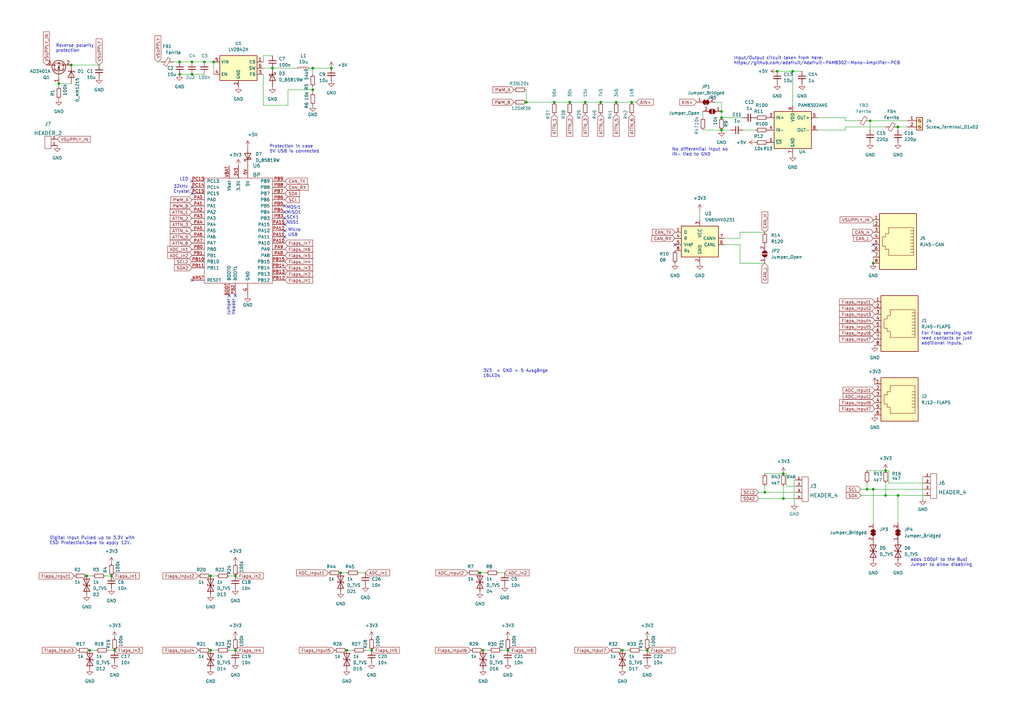
<source format=kicad_sch>
(kicad_sch (version 20211123) (generator eeschema)
  (paper "A3")
  (junction (at 196.85 234.95))
  (junction (at 318.77 29.21))
  (junction (at 35.56 236.22))
  (junction (at 46.99 266.7))
  (junction (at 321.31 194.31))
  (junction (at 265.43 266.7))
  (junction (at 96.52 266.7))
  (junction (at 36.83 266.7))
  (junction (at 233.68 41.91))
  (junction (at 363.22 193.04))
  (junction (at 358.14 200.66))
  (junction (at 325.12 29.21))
  (junction (at 208.28 266.7))
  (junction (at 78.74 25.4))
  (junction (at 356.87 49.53))
  (junction (at 198.12 266.7))
  (junction (at 142.24 266.7))
  (junction (at 86.36 236.22))
  (junction (at 135.89 27.94))
  (junction (at 363.22 203.2))
  (junction (at 252.73 41.91))
  (junction (at 86.36 266.7))
  (junction (at 295.91 45.72))
  (junction (at 24.13 34.29))
  (junction (at 321.31 204.47))
  (junction (at 73.66 25.4))
  (junction (at 358.14 107.95))
  (junction (at 295.91 48.26))
  (junction (at 139.7 234.95))
  (junction (at 313.69 201.93))
  (junction (at 73.66 30.48))
  (junction (at 111.76 27.94))
  (junction (at 255.27 266.7))
  (junction (at 83.82 25.4))
  (junction (at 215.9 41.91))
  (junction (at 368.3 203.2))
  (junction (at 355.6 200.66))
  (junction (at 368.3 52.07))
  (junction (at 128.27 36.83))
  (junction (at 259.08 41.91))
  (junction (at 96.52 236.22))
  (junction (at 227.33 41.91))
  (junction (at 240.03 41.91))
  (junction (at 152.4 266.7))
  (junction (at 29.21 26.67))
  (junction (at 87.63 25.4))
  (junction (at 128.27 27.94))
  (junction (at 45.72 236.22))
  (junction (at 295.91 53.34))
  (junction (at 78.74 30.48))
  (junction (at 246.38 41.91))
  (no_connect (at 358.14 100.33))
  (no_connect (at 358.14 102.87))
  (no_connect (at 116.84 94.615))
  (no_connect (at 116.84 97.155))
  (no_connect (at 116.84 89.535))
  (no_connect (at 116.84 86.995))
  (no_connect (at 116.84 84.455))
  (no_connect (at 116.84 92.075))
  (no_connect (at 276.86 100.33))
  (no_connect (at 78.74 76.835))
  (no_connect (at 78.74 79.375))
  (no_connect (at 78.74 74.295))
  (no_connect (at 78.74 114.935))
  (no_connect (at 93.98 121.285))
  (no_connect (at 96.52 121.285))
  (wire (pts (xy 313.69 201.93) (xy 311.15 201.93)))
  (wire (pts (xy 355.6 200.66) (xy 353.06 200.66)))
  (wire (pts (xy 288.29 53.34) (xy 295.91 53.34)))
  (wire (pts (xy 295.91 48.26) (xy 304.8 48.26)))
  (wire (pts (xy 246.38 41.91) (xy 252.73 41.91)))
  (wire (pts (xy 318.77 29.21) (xy 325.12 29.21)))
  (wire (pts (xy 322.58 194.31) (xy 321.31 194.31)))
  (wire (pts (xy 356.87 49.53) (xy 372.11 49.53)))
  (wire (pts (xy 363.22 52.07) (xy 346.71 52.07)))
  (wire (pts (xy 303.53 100.33) (xy 303.53 107.95)))
  (wire (pts (xy 86.36 266.7) (xy 88.9 266.7)))
  (wire (pts (xy 358.14 200.66) (xy 379.095 200.66)))
  (wire (pts (xy 142.24 266.7) (xy 144.78 266.7)))
  (wire (pts (xy 346.71 48.26) (xy 335.28 48.26)))
  (wire (pts (xy 303.53 95.25) (xy 313.69 95.25)))
  (wire (pts (xy 379.095 198.12) (xy 364.49 198.12)))
  (wire (pts (xy 64.77 25.4) (xy 66.04 25.4)))
  (wire (pts (xy 240.03 41.91) (xy 246.38 41.91)))
  (wire (pts (xy 78.74 25.4) (xy 83.82 25.4)))
  (wire (pts (xy 147.32 234.95) (xy 149.86 234.95)))
  (wire (pts (xy 111.76 27.94) (xy 121.92 27.94)))
  (wire (pts (xy 36.83 266.7) (xy 39.37 266.7)))
  (wire (pts (xy 204.47 234.95) (xy 207.01 234.95)))
  (wire (pts (xy 355.6 193.04) (xy 363.22 193.04)))
  (wire (pts (xy 215.9 41.91) (xy 227.33 41.91)))
  (wire (pts (xy 363.22 203.2) (xy 368.3 203.2)))
  (wire (pts (xy 78.74 30.48) (xy 83.82 30.48)))
  (wire (pts (xy 227.33 41.91) (xy 233.68 41.91)))
  (wire (pts (xy 346.71 53.34) (xy 335.28 53.34)))
  (wire (pts (xy 295.91 45.72) (xy 295.91 48.26)))
  (wire (pts (xy 303.53 107.95) (xy 313.69 107.95)))
  (wire (pts (xy 93.98 236.22) (xy 96.52 236.22)))
  (wire (pts (xy 196.85 234.95) (xy 199.39 234.95)))
  (wire (pts (xy 73.66 25.4) (xy 78.74 25.4)))
  (wire (pts (xy 325.12 29.21) (xy 328.93 29.21)))
  (wire (pts (xy 149.86 266.7) (xy 152.4 266.7)))
  (wire (pts (xy 255.27 266.7) (xy 257.81 266.7)))
  (wire (pts (xy 93.98 266.7) (xy 96.52 266.7)))
  (wire (pts (xy 262.89 266.7) (xy 265.43 266.7)))
  (wire (pts (xy 139.7 234.95) (xy 142.24 234.95)))
  (wire (pts (xy 233.68 41.91) (xy 240.03 41.91)))
  (wire (pts (xy 107.95 22.86) (xy 111.76 22.86)))
  (wire (pts (xy 297.18 100.33) (xy 303.53 100.33)))
  (wire (pts (xy 86.36 236.22) (xy 88.9 236.22)))
  (wire (pts (xy 303.53 97.79) (xy 303.53 95.25)))
  (wire (pts (xy 252.73 41.91) (xy 259.08 41.91)))
  (wire (pts (xy 259.08 41.91) (xy 260.985 41.91)))
  (wire (pts (xy 198.12 266.7) (xy 200.66 266.7)))
  (wire (pts (xy 368.3 52.07) (xy 368.3 53.34)))
  (wire (pts (xy 368.3 52.07) (xy 372.11 52.07)))
  (wire (pts (xy 24.13 34.29) (xy 24.13 35.56)))
  (wire (pts (xy 351.79 49.53) (xy 346.71 49.53)))
  (wire (pts (xy 364.49 193.04) (xy 363.22 193.04)))
  (wire (pts (xy 29.21 26.67) (xy 40.64 26.67)))
  (wire (pts (xy 325.12 29.21) (xy 325.12 43.18)))
  (wire (pts (xy 118.11 36.83) (xy 128.27 36.83)))
  (wire (pts (xy 295.91 41.91) (xy 295.91 45.72)))
  (wire (pts (xy 205.74 266.7) (xy 208.28 266.7)))
  (wire (pts (xy 35.56 236.22) (xy 38.1 236.22)))
  (wire (pts (xy 287.02 86.36) (xy 287.02 90.17)))
  (wire (pts (xy 127 27.94) (xy 128.27 27.94)))
  (wire (pts (xy 297.18 97.79) (xy 303.53 97.79)))
  (wire (pts (xy 128.27 36.83) (xy 128.27 38.1)))
  (wire (pts (xy 321.31 204.47) (xy 326.39 204.47)))
  (wire (pts (xy 353.06 203.2) (xy 363.22 203.2)))
  (wire (pts (xy 71.12 25.4) (xy 73.66 25.4)))
  (wire (pts (xy 346.71 49.53) (xy 346.71 48.26)))
  (wire (pts (xy 358.14 200.66) (xy 358.14 214.63)))
  (wire (pts (xy 304.8 53.34) (xy 309.88 53.34)))
  (wire (pts (xy 356.87 49.53) (xy 356.87 53.34)))
  (wire (pts (xy 107.95 27.94) (xy 111.76 27.94)))
  (wire (pts (xy 118.11 43.18) (xy 118.11 36.83)))
  (wire (pts (xy 313.69 199.39) (xy 313.69 201.93)))
  (wire (pts (xy 83.82 25.4) (xy 87.63 25.4)))
  (wire (pts (xy 364.49 193.04) (xy 364.49 198.12)))
  (wire (pts (xy 358.14 105.41) (xy 358.14 107.95)))
  (wire (pts (xy 313.69 201.93) (xy 326.39 201.93)))
  (wire (pts (xy 107.95 43.18) (xy 118.11 43.18)))
  (wire (pts (xy 313.69 194.31) (xy 321.31 194.31)))
  (wire (pts (xy 346.71 52.07) (xy 346.71 53.34)))
  (wire (pts (xy 363.22 198.12) (xy 363.22 203.2)))
  (wire (pts (xy 325.755 196.85) (xy 326.39 196.85)))
  (wire (pts (xy 378.46 195.58) (xy 379.095 195.58)))
  (wire (pts (xy 355.6 198.12) (xy 355.6 200.66)))
  (wire (pts (xy 107.95 30.48) (xy 107.95 43.18)))
  (wire (pts (xy 215.9 36.83) (xy 215.9 41.91)))
  (wire (pts (xy 325.755 206.375) (xy 325.755 196.85)))
  (wire (pts (xy 73.66 30.48) (xy 78.74 30.48)))
  (wire (pts (xy 128.27 35.56) (xy 128.27 36.83)))
  (wire (pts (xy 368.3 203.2) (xy 368.3 214.63)))
  (wire (pts (xy 368.3 203.2) (xy 379.095 203.2)))
  (wire (pts (xy 43.18 236.22) (xy 45.72 236.22)))
  (wire (pts (xy 322.58 199.39) (xy 322.58 194.31)))
  (wire (pts (xy 107.95 25.4) (xy 107.95 22.86)))
  (wire (pts (xy 87.63 25.4) (xy 87.63 30.48)))
  (wire (pts (xy 358.14 90.17) (xy 358.14 92.71)))
  (wire (pts (xy 44.45 266.7) (xy 46.99 266.7)))
  (wire (pts (xy 288.29 45.72) (xy 288.29 48.26)))
  (wire (pts (xy 321.31 199.39) (xy 321.31 204.47)))
  (wire (pts (xy 295.91 53.34) (xy 299.72 53.34)))
  (wire (pts (xy 24.13 34.29) (xy 29.21 34.29)))
  (wire (pts (xy 355.6 200.66) (xy 358.14 200.66)))
  (wire (pts (xy 293.37 41.91) (xy 295.91 41.91)))
  (wire (pts (xy 311.15 204.47) (xy 321.31 204.47)))
  (wire (pts (xy 326.39 199.39) (xy 322.58 199.39)))
  (wire (pts (xy 128.27 27.94) (xy 128.27 30.48)))
  (wire (pts (xy 128.27 27.94) (xy 135.89 27.94)))
  (wire (pts (xy 378.46 204.47) (xy 378.46 195.58)))
  (text "Protection in case \n5V USB is connected " (at 110.49 62.865 0) (effects (font (size 1.27 1.27)) (justify left bottom)))
  (text "Micro\nUSB" (at 118.11 97.155 0) (effects (font (size 1.27 1.27)) (justify left bottom)))
  (text "32kHz\nCrystal" (at 71.12 79.375 0) (effects (font (size 1.27 1.27)) (justify left bottom)))
  (text "adds 100pF to the Bus!\nJumper to allow disabling" (at 373.38 232.41 0) (effects (font (size 1.27 1.27)) (justify left bottom)))
  (text "Jumper\nHeader" (at 96.52 122.555 270) (effects (font (size 1.27 1.27)) (justify right bottom)))
  (text "Reverse polarity \nprotection" (at 22.86 21.59 0) (effects (font (size 1.27 1.27)) (justify left bottom)))
  (text "No differential input so \nIN- tied to GND" (at 275.59 64.135 0) (effects (font (size 1.27 1.27)) (justify left bottom)))
  (text "Digital Input Pulled up to 3.3V with \nESD Protection.Save to apply 12V. " (at 20.32 223.52 0) (effects (font (size 1.27 1.27)) (justify left bottom)))
  (text "MOSI1\nMISO1\nSCK1\nNSS1\n" (at 117.475 92.075 0) (effects (font (size 1.27 1.27)) (justify left bottom)))
  (text "For Flap sensing with \nreed contacts or just\nadditional inputs." (at 377.825 141.605 0) (effects (font (size 1.27 1.27)) (justify left bottom)))
  (text "Input/Output circuit taken from here: \nhttps://github.com/adafruit/Adafruit-PAM8302-Mono-Amplifier-PCB " (at 300.99 26.67 0) (effects (font (size 1.27 1.27)) (justify left bottom)))
  (text "3V3  + GND + 5 Ausgänge \n16LEDs" (at 198.12 154.94 0) (effects (font (size 1.27 1.27)) (justify left bottom)))
  (text "LED" (at 73.66 74.295 0) (effects (font (size 1.27 1.27)) (justify left bottom)))
  (global_label "AIN+" (shape input) (at 260.985 41.91 0) (property "Intersheet References" "${INTERSHEET_REFS}" (effects hide)))
  (global_label "Flaps_In6" (shape input) (at 116.84 102.235 0) (property "Intersheet References" "${INTERSHEET_REFS}" (effects hide)))
  (global_label "Flaps_In5" (shape input) (at 152.4 266.7 0) (property "Intersheet References" "${INTERSHEET_REFS}" (effects hide)))
  (global_label "Flaps_In4" (shape input) (at 116.84 107.315 0) (property "Intersheet References" "${INTERSHEET_REFS}" (effects hide)))
  (global_label "Flaps_Input6" (shape input) (at 193.04 266.7 180) (property "Intersheet References" "${INTERSHEET_REFS}" (effects hide)))
  (global_label "Flaps_In7" (shape input) (at 265.43 266.7 0) (property "Intersheet References" "${INTERSHEET_REFS}" (effects hide)))
  (global_label "VSUPPLY" (shape input) (at 40.64 26.67 90) (property "Intersheet References" "${INTERSHEET_REFS}" (effects hide)))
  (global_label "SCL2" (shape input) (at 311.15 201.93 180) (property "Intersheet References" "${INTERSHEET_REFS}" (effects hide)))
  (global_label "ADC_Input1" (shape input) (at 134.62 234.95 180) (property "Intersheet References" "${INTERSHEET_REFS}" (effects hide)))
  (global_label "SDA" (shape input) (at 353.06 203.2 180) (property "Intersheet References" "${INTERSHEET_REFS}" (effects hide)))
  (global_label "Flaps_Input4" (shape input) (at 81.28 266.7 180) (property "Intersheet References" "${INTERSHEET_REFS}" (effects hide)))
  (global_label "SCL2" (shape input) (at 78.74 107.315 180) (property "Intersheet References" "${INTERSHEET_REFS}" (effects hide)))
  (global_label "ATTN_2" (shape input) (at 78.74 89.535 180) (property "Intersheet References" "${INTERSHEET_REFS}" (effects hide)))
  (global_label "Flaps_Input6" (shape input) (at 358.775 136.525 180) (property "Intersheet References" "${INTERSHEET_REFS}" (effects hide)))
  (global_label "ADC_In1" (shape input) (at 78.74 102.235 180) (property "Intersheet References" "${INTERSHEET_REFS}" (effects hide)))
  (global_label "Flaps_Input5" (shape input) (at 358.775 133.985 180) (property "Intersheet References" "${INTERSHEET_REFS}" (effects hide)))
  (global_label "ATTN_6" (shape input) (at 259.08 46.99 270) (property "Intersheet References" "${INTERSHEET_REFS}" (effects hide)))
  (global_label "Flaps_In1" (shape input) (at 45.72 236.22 0) (property "Intersheet References" "${INTERSHEET_REFS}" (effects hide)))
  (global_label "VSUPPLY_IN" (shape input) (at 358.14 90.17 180) (property "Intersheet References" "${INTERSHEET_REFS}" (effects hide)))
  (global_label "Flaps_In2" (shape input) (at 96.52 236.22 0) (property "Intersheet References" "${INTERSHEET_REFS}" (effects hide)))
  (global_label "ATTN_1" (shape input) (at 227.33 46.99 270) (property "Intersheet References" "${INTERSHEET_REFS}" (effects hide)))
  (global_label "ADC_Input2" (shape input) (at 358.775 162.56 180) (property "Intersheet References" "${INTERSHEET_REFS}" (effects hide)))
  (global_label "SDA" (shape input) (at 116.84 79.375 0) (property "Intersheet References" "${INTERSHEET_REFS}" (effects hide)))
  (global_label "PWM_B" (shape input) (at 210.82 41.91 180) (property "Intersheet References" "${INTERSHEET_REFS}" (effects hide)))
  (global_label "Flaps_Input1" (shape input) (at 30.48 236.22 180) (property "Intersheet References" "${INTERSHEET_REFS}" (effects hide)))
  (global_label "Flaps_In3" (shape input) (at 116.84 109.855 0) (property "Intersheet References" "${INTERSHEET_REFS}" (effects hide)))
  (global_label "Flaps_Input7" (shape input) (at 358.775 139.065 180) (property "Intersheet References" "${INTERSHEET_REFS}" (effects hide)))
  (global_label "ATTN_5" (shape input) (at 78.74 97.155 180) (property "Intersheet References" "${INTERSHEET_REFS}" (effects hide)))
  (global_label "ATTN_4" (shape input) (at 246.38 46.99 270) (property "Intersheet References" "${INTERSHEET_REFS}" (effects hide)))
  (global_label "PWM_A" (shape input) (at 78.74 81.915 180) (property "Intersheet References" "${INTERSHEET_REFS}" (effects hide)))
  (global_label "CAN_L" (shape input) (at 358.14 97.79 180) (property "Intersheet References" "${INTERSHEET_REFS}" (effects hide)))
  (global_label "Flaps_Input6" (shape input) (at 358.775 165.1 180) (property "Intersheet References" "${INTERSHEET_REFS}" (effects hide)))
  (global_label "ADC_In2" (shape input) (at 78.74 104.775 180) (property "Intersheet References" "${INTERSHEET_REFS}" (effects hide)))
  (global_label "ATTN_4" (shape input) (at 78.74 94.615 180) (property "Intersheet References" "${INTERSHEET_REFS}" (effects hide)))
  (global_label "SCL" (shape input) (at 116.84 81.915 0) (property "Intersheet References" "${INTERSHEET_REFS}" (effects hide)))
  (global_label "Flaps_In5" (shape input) (at 116.84 104.775 0) (property "Intersheet References" "${INTERSHEET_REFS}" (effects hide)))
  (global_label "CAN_H" (shape input) (at 313.69 95.25 90) (property "Intersheet References" "${INTERSHEET_REFS}" (effects hide)))
  (global_label "VSUPPLY_IN" (shape input) (at 19.05 26.67 90) (property "Intersheet References" "${INTERSHEET_REFS}" (effects hide)))
  (global_label "PWM_A" (shape input) (at 210.82 36.83 180) (property "Intersheet References" "${INTERSHEET_REFS}" (effects hide)))
  (global_label "Flaps_Input3" (shape input) (at 358.775 128.905 180) (property "Intersheet References" "${INTERSHEET_REFS}" (effects hide)))
  (global_label "ADC_Input1" (shape input) (at 358.775 160.02 180) (property "Intersheet References" "${INTERSHEET_REFS}" (effects hide)))
  (global_label "Flaps_Input2" (shape input) (at 81.28 236.22 180) (property "Intersheet References" "${INTERSHEET_REFS}" (effects hide)))
  (global_label "ATTN_3" (shape input) (at 240.03 46.99 270) (property "Intersheet References" "${INTERSHEET_REFS}" (effects hide)))
  (global_label "SDA2" (shape input) (at 311.15 204.47 180) (property "Intersheet References" "${INTERSHEET_REFS}" (effects hide)))
  (global_label "CAN_H" (shape input) (at 358.14 95.25 180) (property "Intersheet References" "${INTERSHEET_REFS}" (effects hide)))
  (global_label "Flaps_Input3" (shape input) (at 31.75 266.7 180) (property "Intersheet References" "${INTERSHEET_REFS}" (effects hide)))
  (global_label "Flaps_In1" (shape input) (at 116.84 114.935 0) (property "Intersheet References" "${INTERSHEET_REFS}" (effects hide)))
  (global_label "ATTN_3" (shape input) (at 78.74 92.075 180) (property "Intersheet References" "${INTERSHEET_REFS}" (effects hide)))
  (global_label "AIN+" (shape input) (at 285.75 41.91 180) (property "Intersheet References" "${INTERSHEET_REFS}" (effects hide)))
  (global_label "ATTN_2" (shape input) (at 233.68 46.99 270) (property "Intersheet References" "${INTERSHEET_REFS}" (effects hide)))
  (global_label "SDA2" (shape input) (at 78.74 109.855 180) (property "Intersheet References" "${INTERSHEET_REFS}" (effects hide)))
  (global_label "VSUPPLY" (shape input) (at 64.77 25.4 90) (property "Intersheet References" "${INTERSHEET_REFS}" (effects hide)))
  (global_label "Flaps_Input7" (shape input) (at 250.19 266.7 180) (property "Intersheet References" "${INTERSHEET_REFS}" (effects hide)))
  (global_label "Flaps_Input7" (shape input) (at 358.775 167.64 180) (property "Intersheet References" "${INTERSHEET_REFS}" (effects hide)))
  (global_label "ATTN_5" (shape input) (at 252.73 46.99 270) (property "Intersheet References" "${INTERSHEET_REFS}" (effects hide)))
  (global_label "CAN_TX" (shape input) (at 116.84 74.295 0) (property "Intersheet References" "${INTERSHEET_REFS}" (effects hide)))
  (global_label "VSUPPLY_IN" (shape input) (at 23.495 57.15 0) (property "Intersheet References" "${INTERSHEET_REFS}" (effects hide)))
  (global_label "PWM_B" (shape input) (at 78.74 84.455 180) (property "Intersheet References" "${INTERSHEET_REFS}" (effects hide)))
  (global_label "CAN_L" (shape input) (at 313.69 107.95 270) (property "Intersheet References" "${INTERSHEET_REFS}" (effects hide)))
  (global_label "Flaps_Input2" (shape input) (at 358.775 126.365 180) (property "Intersheet References" "${INTERSHEET_REFS}" (effects hide)))
  (global_label "CAN_RX" (shape input) (at 276.86 97.79 180) (property "Intersheet References" "${INTERSHEET_REFS}" (effects hide)))
  (global_label "Flaps_Input4" (shape input) (at 358.775 131.445 180) (property "Intersheet References" "${INTERSHEET_REFS}" (effects hide)))
  (global_label "Flaps_In6" (shape input) (at 208.28 266.7 0) (property "Intersheet References" "${INTERSHEET_REFS}" (effects hide)))
  (global_label "CAN_TX" (shape input) (at 276.86 95.25 180) (property "Intersheet References" "${INTERSHEET_REFS}" (effects hide)))
  (global_label "ADC_Input2" (shape input) (at 191.77 234.95 180) (property "Intersheet References" "${INTERSHEET_REFS}" (effects hide)))
  (global_label "Flaps_Input1" (shape input) (at 358.775 123.825 180) (property "Intersheet References" "${INTERSHEET_REFS}" (effects hide)))
  (global_label "ATTN_1" (shape input) (at 78.74 86.995 180) (property "Intersheet References" "${INTERSHEET_REFS}" (effects hide)))
  (global_label "ATTN_6" (shape input) (at 78.74 99.695 180) (property "Intersheet References" "${INTERSHEET_REFS}" (effects hide)))
  (global_label "SCL" (shape input) (at 353.06 200.66 180) (property "Intersheet References" "${INTERSHEET_REFS}" (effects hide)))
  (global_label "Flaps_In7" (shape input) (at 116.84 99.695 0) (property "Intersheet References" "${INTERSHEET_REFS}" (effects hide)))
  (global_label "Flaps_Input5" (shape input) (at 137.16 266.7 180) (property "Intersheet References" "${INTERSHEET_REFS}" (effects hide)))
  (global_label "ADC_In2" (shape input) (at 207.01 234.95 0) (property "Intersheet References" "${INTERSHEET_REFS}" (effects hide)))
  (global_label "Flaps_In3" (shape input) (at 46.99 266.7 0) (property "Intersheet References" "${INTERSHEET_REFS}" (effects hide)))
  (global_label "CAN_RX" (shape input) (at 116.84 76.835 0) (property "Intersheet References" "${INTERSHEET_REFS}" (effects hide)))
  (global_label "Flaps_In4" (shape input) (at 96.52 266.7 0) (property "Intersheet References" "${INTERSHEET_REFS}" (effects hide)))
  (global_label "Flaps_In2" (shape input) (at 116.84 112.395 0) (property "Intersheet References" "${INTERSHEET_REFS}" (effects hide)))
  (global_label "ADC_In1" (shape input) (at 149.86 234.95 0) (property "Intersheet References" "${INTERSHEET_REFS}" (effects hide)))
  (symbol (lib_id "Device:C_Small") (at 96.52 269.24 180) (unit 1)
    (property "Reference" "C19" (at 99.06 269.24 0) (effects (justify right)))
    (property "Value" "10n" (at 99.06 271.78 0) (effects (justify right)))
    (property "Footprint" "Capacitor_SMD:C_0603_1608Metric" (effects hide))
    (property "LCSC" "C57112" (effects hide))
  )
  (symbol (lib_id "power:+3V3") (at 358.775 157.48 0) (unit 1)
    (property "Reference" "#PWR0116" (effects hide))
    (property "Value" "+3V3" (at 358.775 152.4 0))
  )
  (symbol (lib_id "Device:R_Small") (at 260.35 266.7 90) (unit 1)
    (property "Reference" "R33" (at 259.08 264.16 90))
    (property "Value" "1k" (at 259.08 269.24 90))
    (property "Footprint" "Resistor_SMD:R_0603_1608Metric" (effects hide))
    (property "LCSC" "C21190" (effects hide))
  )
  (symbol (lib_id "Device:R_Small") (at 137.16 234.95 90) (unit 1)
    (property "Reference" "R44" (at 135.89 232.41 90))
    (property "Value" "1k" (at 135.89 237.49 90))
    (property "Footprint" "Resistor_SMD:R_0805_2012Metric" (effects hide))
    (property "LCSC" "C17513" (effects hide))
  )
  (symbol (lib_id "power:GND") (at 40.64 31.75 0) (unit 1)
    (property "Reference" "#PWR0132" (effects hide))
    (property "Value" "GND" (at 40.64 36.83 0))
  )
  (symbol (lib_id "Device:R_Small") (at 201.93 234.95 90) (unit 1)
    (property "Reference" "R8" (at 200.66 232.41 90))
    (property "Value" "1k" (at 200.66 237.49 90))
    (property "Footprint" "Resistor_SMD:R_0603_1608Metric" (effects hide))
    (property "LCSC" "C21190" (effects hide))
  )
  (symbol (lib_id "power:GND") (at 358.14 229.87 0) (unit 1)
    (property "Reference" "#PWR0111" (effects hide))
    (property "Value" "GND" (at 358.14 234.95 0))
  )
  (symbol (lib_id "power:+5V") (at 101.6 60.325 0) (unit 1)
    (property "Reference" "#PWR0106" (effects hide))
    (property "Value" "+5V" (at 101.6 55.245 0) (effects (justify left)))
  )
  (symbol (lib_id "Device:C_Small") (at 83.82 27.94 180) (unit 1)
    (property "Reference" "C3" (at 82.55 22.86 0) (effects (justify right)))
    (property "Value" "100n" (at 81.28 31.75 0) (effects (justify right)))
    (property "Footprint" "Capacitor_SMD:C_0603_1608Metric" (effects hide))
    (property "LCSC" "C14663" (effects hide))
  )
  (symbol (lib_id "Bluepill:BP") (at 97.79 94.615 0) (unit 1)
    (property "Reference" "U6" (at 103.6194 67.945 0) (effects (font (size 1.524 1.524)) (justify left)))
    (property "Value" "BP" (at 103.6194 71.755 0) (effects (font (size 1.524 1.524)) (justify left)))
    (property "Footprint" "Bluepill:blue_pill" (effects hide))
    (property "Datasheet" "https://www.electronicshub.org/getting-started-with-stm32f103c8t6-blue-pill/" (effects hide))
  )
  (symbol (lib_id "Connector:RJ45") (at 368.935 131.445 180) (unit 1)
    (property "Reference" "J1" (at 377.825 131.4449 0) (effects (justify right)))
    (property "Value" "RJ45-FLAPS" (at 377.825 133.9849 0) (effects (justify right)))
    (property "Footprint" "RJ45_Amphenol_RJHSE5380" (effects hide))
    (property "Datasheet" "Mouser 523-RJHSE-5380 " (effects hide))
  )
  (symbol (lib_id "Jumper:SolderJumper_2_Open") (at 292.1 45.72 180) (unit 1)
    (property "Reference" "JP5" (at 292.1 40.005 0))
    (property "Value" "Jumper_Open" (at 280.67 46.355 0))
    (property "Footprint" "Jumper:SolderJumper-2_P1.3mm_Open_Pad1.0x1.5mm" (effects hide))
  )
  (symbol (lib_id "Device:R_Small") (at 203.2 266.7 90) (unit 1)
    (property "Reference" "R30" (at 201.93 264.16 90))
    (property "Value" "1k" (at 201.93 269.24 90))
    (property "Footprint" "Resistor_SMD:R_0603_1608Metric" (effects hide))
    (property "LCSC" "C21190" (effects hide))
  )
  (symbol (lib_id "power:GND") (at 149.86 240.03 0) (unit 1)
    (property "Reference" "#PWR0171" (effects hide))
    (property "Value" "GND" (at 149.86 245.11 0))
  )
  (symbol (lib_id "Device:R_Small") (at 195.58 266.7 90) (unit 1)
    (property "Reference" "R29" (at 194.31 264.16 90))
    (property "Value" "1k" (at 194.31 269.24 90))
    (property "Footprint" "Resistor_SMD:R_0805_2012Metric" (effects hide))
    (property "LCSC" "C17513" (effects hide))
  )
  (symbol (lib_id "Device:D_TVS") (at 86.36 270.51 90) (unit 1)
    (property "Reference" "D14" (at 88.9 274.32 90) (effects (justify right)))
    (property "Value" "D_TVS" (at 88.9 271.7799 90) (effects (justify right)))
    (property "Footprint" "Diode_SMD:D_SOD-323" (effects hide))
    (property "Datasheet" "PESD3V3L1BA" (effects hide))
    (property "LCSC" "C51450" (effects hide))
  )
  (symbol (lib_id "Device:C_Small") (at 149.86 237.49 180) (unit 1)
    (property "Reference" "C26" (at 152.4 237.49 0) (effects (justify right)))
    (property "Value" "10n" (at 152.4 240.03 0) (effects (justify right)))
    (property "Footprint" "Capacitor_SMD:C_0603_1608Metric" (effects hide))
    (property "LCSC" "C57112" (effects hide))
  )
  (symbol (lib_id "Device:D_TVS") (at 255.27 270.51 90) (unit 1)
    (property "Reference" "D17" (at 257.81 274.32 90) (effects (justify right)))
    (property "Value" "D_TVS" (at 257.81 271.7799 90) (effects (justify right)))
    (property "Footprint" "Diode_SMD:D_SOD-323" (effects hide))
    (property "Datasheet" "PESD3V3L1BA" (effects hide))
    (property "LCSC" "C51450" (effects hide))
  )
  (symbol (lib_id "Device:R_Small") (at 295.91 50.8 0) (unit 1)
    (property "Reference" "R9" (at 297.815 50.8 90))
    (property "Value" "10k" (at 293.37 49.53 90))
    (property "Footprint" "Resistor_SMD:R_0603_1608Metric" (effects hide))
    (property "LCSC" "C25804" (effects hide))
  )
  (symbol (lib_id "Device:R_Small") (at 152.4 264.16 180) (unit 1)
    (property "Reference" "R28" (at 149.86 264.16 90))
    (property "Value" "100k" (at 154.94 262.89 90))
    (property "Footprint" "Resistor_SMD:R_0603_1608Metric" (effects hide))
    (property "LCSC" "C25803" (effects hide))
  )
  (symbol (lib_id "power:GND") (at 207.01 240.03 0) (unit 1)
    (property "Reference" "#PWR0119" (effects hide))
    (property "Value" "GND" (at 207.01 245.11 0))
  )
  (symbol (lib_id "Jumper:SolderJumper_2_Bridged") (at 368.3 218.44 90) (unit 1)
    (property "Reference" "JP4" (at 370.84 217.1699 90) (effects (justify right)))
    (property "Value" "Jumper_Bridged" (at 370.84 219.7099 90) (effects (justify right)))
    (property "Footprint" "Jumper:SolderJumper-2_P1.3mm_Bridged_Pad1.0x1.5mm" (effects hide))
  )
  (symbol (lib_id "Device:R_Small") (at 313.69 196.85 0) (unit 1)
    (property "Reference" "R43" (at 316.23 195.5799 0) (effects (justify left)))
    (property "Value" "4k7" (at 316.23 198.1199 0) (effects (justify left)))
    (property "Footprint" "Resistor_SMD:R_0603_1608Metric" (effects hide))
    (property "LCSC" "C23162" (effects hide))
  )
  (symbol (lib_id "lv2842x:LV2842X") (at 97.79 27.94 0) (unit 1)
    (property "Reference" "U1" (at 97.79 17.78 0))
    (property "Value" "LV2842X" (at 97.79 20.32 0))
    (property "Footprint" "Package_TO_SOT_SMD:TSOT-23-6" (effects hide))
    (property "Datasheet" "LV2842XLVDDCR" (effects hide))
    (property "LCSC" "C225807" (effects hide))
  )
  (symbol (lib_id "Device:C_Small") (at 302.26 53.34 90) (unit 1)
    (property "Reference" "C11" (at 302.2663 46.99 90))
    (property "Value" "1u" (at 302.2663 49.53 90))
    (property "Footprint" "Capacitor_SMD:C_0603_1608Metric" (effects hide))
    (property "LCSC" "C15849" (effects hide))
  )
  (symbol (lib_id "Device:R_Small") (at 363.22 195.58 0) (unit 1)
    (property "Reference" "R16" (at 365.76 194.3099 0) (effects (justify left)))
    (property "Value" "4k7" (at 365.76 196.215 0) (effects (justify left)))
    (property "Footprint" "Resistor_SMD:R_0603_1608Metric" (effects hide))
    (property "LCSC" "C23162" (effects hide))
  )
  (symbol (lib_id "Device:R_Small") (at 213.36 41.91 90) (unit 1)
    (property "Reference" "R36" (at 215.9 44.45 90))
    (property "Value" "120k" (at 212.09 44.45 90))
    (property "Footprint" "Resistor_SMD:R_0603_1608Metric" (effects hide))
    (property "LCSC" "C25808" (effects hide))
  )
  (symbol (lib_id "power:GND") (at 45.72 241.3 0) (unit 1)
    (property "Reference" "#PWR0114" (effects hide))
    (property "Value" "GND" (at 45.72 246.38 0))
  )
  (symbol (lib_id "Device:R_Small") (at 312.42 53.34 90) (unit 1)
    (property "Reference" "R12" (at 311.15 55.88 90))
    (property "Value" "R100" (at 312.42 50.8 90))
    (property "Footprint" "Resistor_SMD:R_0603_1608Metric" (effects hide))
    (property "LCSC" "C22775" (effects hide))
  )
  (symbol (lib_id "power:+3V3") (at 96.52 261.62 0) (unit 1)
    (property "Reference" "#PWR0154" (effects hide))
    (property "Value" "+3V3" (at 96.52 256.54 0))
  )
  (symbol (lib_id "Device:D_TVS") (at 139.7 238.76 90) (unit 1)
    (property "Reference" "D21" (at 142.24 242.57 90) (effects (justify right)))
    (property "Value" "D_TVS" (at 142.24 240.0299 90) (effects (justify right)))
    (property "Footprint" "Diode_SMD:D_SOD-323" (effects hide))
    (property "Datasheet" "PESD3V3L1BA" (effects hide))
    (property "LCSC" "C51450" (effects hide))
  )
  (symbol (lib_id "Device:D_Schottky") (at 111.76 31.75 270) (unit 1)
    (property "Reference" "D3" (at 114.3 30.1624 90) (effects (justify left)))
    (property "Value" "D_B5819W" (at 114.3 32.7024 90) (effects (justify left)))
    (property "Footprint" "Diode_SMD:D_SOD-123" (effects hide))
    (property "LCSC" "C8598" (effects hide))
  )
  (symbol (lib_id "Device:R_Small") (at 246.38 44.45 0) (unit 1)
    (property "Reference" "R40" (at 243.84 46.99 90))
    (property "Value" "7k5" (at 246.38 38.1 90))
    (property "Footprint" "Resistor_SMD:R_0603_1608Metric" (effects hide))
    (property "LCSC" "C23234" (effects hide))
  )
  (symbol (lib_id "Device:R_Small") (at 312.42 58.42 90) (unit 1)
    (property "Reference" "R13" (at 314.96 60.96 90))
    (property "Value" "10k" (at 311.15 60.96 90))
    (property "Footprint" "Resistor_SMD:R_0603_1608Metric" (effects hide))
    (property "LCSC" "C25804" (effects hide))
  )
  (symbol (lib_id "Device:D_Zener") (at 29.21 30.48 270) (unit 1)
    (property "Reference" "D1" (at 31.75 29.2099 90) (effects (justify left)))
    (property "Value" "D_MM1Z15" (at 31.75 31.75 0) (effects (justify left)))
    (property "Footprint" "Diode_SMD:D_SOD-123" (effects hide))
    (property "LCSC" "C86235" (effects hide))
  )
  (symbol (lib_id "power:GND") (at 255.27 274.32 0) (unit 1)
    (property "Reference" "#PWR0158" (effects hide))
    (property "Value" "GND" (at 255.27 279.4 0))
  )
  (symbol (lib_id "Device:R_Small") (at 41.91 266.7 90) (unit 1)
    (property "Reference" "R18" (at 40.64 264.16 90))
    (property "Value" "1k" (at 40.64 269.24 90))
    (property "Footprint" "Resistor_SMD:R_0603_1608Metric" (effects hide))
    (property "LCSC" "C21190" (effects hide))
  )
  (symbol (lib_id "Device:R_Small") (at 355.6 195.58 0) (unit 1)
    (property "Reference" "R15" (at 358.14 194.3099 0) (effects (justify left)))
    (property "Value" "4k7" (at 358.14 196.8499 0) (effects (justify left)))
    (property "Footprint" "Resistor_SMD:R_0603_1608Metric" (effects hide))
    (property "LCSC" "C23162" (effects hide))
  )
  (symbol (lib_id "power:+5V") (at 318.77 29.21 90) (unit 1)
    (property "Reference" "#PWR0124" (effects hide))
    (property "Value" "+5V" (at 314.96 29.2099 90) (effects (justify left)))
  )
  (symbol (lib_id "Device:C_Small") (at 208.28 269.24 180) (unit 1)
    (property "Reference" "C21" (at 210.82 269.24 0) (effects (justify right)))
    (property "Value" "10n" (at 210.82 271.78 0) (effects (justify right)))
    (property "Footprint" "Capacitor_SMD:C_0603_1608Metric" (effects hide))
    (property "LCSC" "C57112" (effects hide))
  )
  (symbol (lib_id "Device:C_Small") (at 307.34 48.26 270) (unit 1)
    (property "Reference" "C12" (at 307.3336 41.91 90))
    (property "Value" "1u" (at 307.3336 44.45 90))
    (property "Footprint" "Capacitor_SMD:C_0603_1608Metric" (effects hide))
    (property "LCSC" "C15849" (effects hide))
  )
  (symbol (lib_id "Device:R_Small") (at 83.82 236.22 90) (unit 1)
    (property "Reference" "R20" (at 82.55 233.68 90))
    (property "Value" "1k" (at 82.55 238.76 90))
    (property "Footprint" "Resistor_SMD:R_0805_2012Metric" (effects hide))
    (property "LCSC" "C17513" (effects hide))
  )
  (symbol (lib_id "power:GND") (at 35.56 243.84 0) (unit 1)
    (property "Reference" "#PWR0115" (effects hide))
    (property "Value" "GND" (at 35.56 248.92 0))
  )
  (symbol (lib_id "STM32F4Di:HEADER_2") (at 20.955 58.42 180) (unit 1)
    (property "Reference" "J?" (at 19.685 50.8 0) (effects (font (size 1.524 1.524))))
    (property "Value" "HEADER_2" (at 19.685 54.61 0) (effects (font (size 1.524 1.524))))
    (property "Footprint" "Connector_PinHeader_1.27mm:PinHeader_1x02_P1.27mm_Vertical" (effects hide))
  )
  (symbol (lib_id "Jumper:SolderJumper_2_Bridged") (at 289.56 41.91 0) (unit 1)
    (property "Reference" "JP1" (at 289.56 35.56 0))
    (property "Value" "Jumper_Bridged" (at 289.56 38.1 0))
    (property "Footprint" "Jumper:SolderJumper-2_P1.3mm_Bridged_Pad1.0x1.5mm" (effects hide))
  )
  (symbol (lib_id "power:+3V3") (at 265.43 261.62 0) (unit 1)
    (property "Reference" "#PWR0160" (effects hide))
    (property "Value" "+3V3" (at 265.43 256.54 0))
  )
  (symbol (lib_id "Device:C_Small") (at 318.77 31.75 0) (unit 1)
    (property "Reference" "C13" (at 321.31 30.4862 0) (effects (justify left)))
    (property "Value" "10u" (at 321.31 33.0262 0) (effects (justify left)))
    (property "Footprint" "Capacitor_SMD:C_0603_1608Metric" (effects hide))
    (property "LCSC" "C19702" (effects hide))
  )
  (symbol (lib_id "Amplifier_Audio:PAM8302AAS") (at 325.12 53.34 0) (unit 1)
    (property "Reference" "U4" (at 327.66 62.23 0) (effects (justify left)))
    (property "Value" "PAM8302AAS" (at 327.1394 43.18 0) (effects (justify left)))
    (property "Footprint" "Package_SO:MSOP-8_3x3mm_P0.65mm" (effects hide))
    (property "Datasheet" "https://www.diodes.com/assets/Datasheets/PAM8302A.pdf" (effects hide))
    (property "LCSC" "C113367" (effects hide))
  )
  (symbol (lib_id "Device:D_TVS") (at 35.56 240.03 90) (unit 1)
    (property "Reference" "D2" (at 38.1 243.84 90) (effects (justify right)))
    (property "Value" "D_TVS" (at 38.1 241.2999 90) (effects (justify right)))
    (property "Footprint" "Diode_SMD:D_SOD-323" (effects hide))
    (property "Datasheet" "PESD3V3L1BA" (effects hide))
    (property "LCSC" "C51450" (effects hide))
  )
  (symbol (lib_id "power:GND") (at 378.46 204.47 0) (unit 1)
    (property "Reference" "#PWR0109" (effects hide))
    (property "Value" "GND" (at 378.46 208.915 0))
  )
  (symbol (lib_id "Device:R_Small") (at 24.13 38.1 180) (unit 1)
    (property "Reference" "R1" (at 21.59 38.1 90))
    (property "Value" "100k" (at 26.67 36.83 90))
    (property "Footprint" "Resistor_SMD:R_0603_1608Metric" (effects hide))
    (property "LCSC" "C25803" (effects hide))
  )
  (symbol (lib_id "power:GND") (at 142.24 274.32 0) (unit 1)
    (property "Reference" "#PWR0145" (effects hide))
    (property "Value" "GND" (at 142.24 279.4 0))
  )
  (symbol (lib_id "Device:C_Small") (at 45.72 238.76 180) (unit 1)
    (property "Reference" "C6" (at 48.26 238.76 0) (effects (justify right)))
    (property "Value" "10n" (at 48.26 241.3 0) (effects (justify right)))
    (property "Footprint" "Capacitor_SMD:C_0603_1608Metric" (effects hide))
    (property "LCSC" "C57112" (effects hide))
  )
  (symbol (lib_id "power:+3V3") (at 208.28 261.62 0) (unit 1)
    (property "Reference" "#PWR0143" (effects hide))
    (property "Value" "+3V3" (at 208.28 256.54 0))
  )
  (symbol (lib_id "Device:R_Small") (at 96.52 264.16 180) (unit 1)
    (property "Reference" "R25" (at 93.98 264.16 90))
    (property "Value" "100k" (at 99.06 262.89 90))
    (property "Footprint" "Resistor_SMD:R_0603_1608Metric" (effects hide))
    (property "LCSC" "C25803" (effects hide))
  )
  (symbol (lib_id "Device:R_Small") (at 33.02 236.22 90) (unit 1)
    (property "Reference" "R2" (at 31.75 233.68 90))
    (property "Value" "1k" (at 31.75 238.76 90))
    (property "Footprint" "Resistor_SMD:R_0805_2012Metric" (effects hide))
    (property "LCSC" "C17513" (effects hide))
  )
  (symbol (lib_id "Device:D_TVS") (at 142.24 270.51 90) (unit 1)
    (property "Reference" "D15" (at 144.78 274.32 90) (effects (justify right)))
    (property "Value" "D_TVS" (at 144.78 271.7799 90) (effects (justify right)))
    (property "Footprint" "Diode_SMD:D_SOD-323" (effects hide))
    (property "Datasheet" "PESD3V3L1BA" (effects hide))
    (property "LCSC" "C51450" (effects hide))
  )
  (symbol (lib_id "Device:R_Small") (at 96.52 233.68 180) (unit 1)
    (property "Reference" "R24" (at 93.98 233.68 90))
    (property "Value" "100k" (at 99.06 232.41 90))
    (property "Footprint" "Resistor_SMD:R_0603_1608Metric" (effects hide))
    (property "LCSC" "C25803" (effects hide))
  )
  (symbol (lib_id "Device:R_Small") (at 312.42 48.26 90) (unit 1)
    (property "Reference" "R11" (at 311.15 45.72 90))
    (property "Value" "R100" (at 312.42 43.18 90))
    (property "Footprint" "Resistor_SMD:R_0603_1608Metric" (effects hide))
    (property "LCSC" "C22775" (effects hide))
  )
  (symbol (lib_id "Device:R_Small") (at 83.82 266.7 90) (unit 1)
    (property "Reference" "R21" (at 82.55 264.16 90))
    (property "Value" "1k" (at 82.55 269.24 90))
    (property "Footprint" "Resistor_SMD:R_0805_2012Metric" (effects hide))
    (property "LCSC" "C17513" (effects hide))
  )
  (symbol (lib_id "power:GND") (at 325.755 206.375 0) (unit 1)
    (property "Reference" "#PWR0120" (effects hide))
    (property "Value" "GND" (at 325.755 210.82 0))
  )
  (symbol (lib_id "Device:C_Small") (at 73.66 27.94 0) (unit 1)
    (property "Reference" "C2" (at 68.58 27.94 0) (effects (justify left)))
    (property "Value" "10u" (at 68.58 30.48 0) (effects (justify left)))
    (property "Footprint" "Capacitor_SMD:C_0805_2012Metric" (effects hide))
    (property "LCSC" "C440198" (effects hide))
  )
  (symbol (lib_id "Device:R_Small") (at 34.29 266.7 90) (unit 1)
    (property "Reference" "R17" (at 33.02 264.16 90))
    (property "Value" "1k" (at 33.02 269.24 90))
    (property "Footprint" "Resistor_SMD:R_0805_2012Metric" (effects hide))
    (property "LCSC" "C17513" (effects hide))
  )
  (symbol (lib_id "Device:R_Small") (at 46.99 264.16 180) (unit 1)
    (property "Reference" "R19" (at 44.45 264.16 90))
    (property "Value" "100k" (at 49.53 262.89 90))
    (property "Footprint" "Resistor_SMD:R_0603_1608Metric" (effects hide))
    (property "LCSC" "C25803" (effects hide))
  )
  (symbol (lib_id "power:+3V3") (at 45.72 231.14 0) (unit 1)
    (property "Reference" "#PWR0118" (effects hide))
    (property "Value" "+3V3" (at 45.72 226.06 0))
  )
  (symbol (lib_id "power:GND") (at 24.13 40.64 0) (unit 1)
    (property "Reference" "#PWR0133" (effects hide))
    (property "Value" "GND" (at 24.13 45.72 0))
  )
  (symbol (lib_id "STM32F4Di:HEADER_4") (at 381.635 199.39 0) (unit 1)
    (property "Reference" "J6" (at 384.81 198.12 0) (effects (font (size 1.524 1.524)) (justify left)))
    (property "Value" "HEADER_4" (at 384.81 201.93 0) (effects (font (size 1.524 1.524)) (justify left)))
    (property "Footprint" "Connector_PinHeader_1.27mm:PinHeader_1x04_P1.27mm_Vertical" (effects hide))
  )
  (symbol (lib_id "power:+3V3") (at 97.79 67.945 0) (unit 1)
    (property "Reference" "#PWR0103" (effects hide))
    (property "Value" "+3V3" (at 96.52 63.5 0))
  )
  (symbol (lib_id "power:GND") (at 97.79 35.56 0) (unit 1)
    (property "Reference" "#PWR0142" (effects hide))
    (property "Value" "GND" (at 97.79 40.64 0))
  )
  (symbol (lib_id "Transistor_FET:AO3401A") (at 24.13 29.21 90) (unit 1)
    (property "Reference" "Q1" (at 19.05 31.75 90))
    (property "Value" "AO3401A" (at 16.51 29.21 90))
    (property "Footprint" "Package_TO_SOT_SMD:SOT-23" (effects hide))
    (property "Datasheet" "http://www.aosmd.com/pdfs/datasheet/AO3401A.pdf" (effects hide))
    (property "LCSC" "C15127" (effects hide))
  )
  (symbol (lib_id "Device:R_Small") (at 321.31 196.85 0) (unit 1)
    (property "Reference" "R46" (at 322.58 195.58 0) (effects (justify left)))
    (property "Value" "4k7" (effects hide))
    (property "Footprint" "Resistor_SMD:R_0603_1608Metric" (effects hide))
    (property "LCSC" "C23162" (effects hide))
  )
  (symbol (lib_id "Device:R_Small") (at 91.44 236.22 90) (unit 1)
    (property "Reference" "R22" (at 90.17 233.68 90))
    (property "Value" "1k" (at 90.17 238.76 90))
    (property "Footprint" "Resistor_SMD:R_0603_1608Metric" (effects hide))
    (property "LCSC" "C21190" (effects hide))
  )
  (symbol (lib_id "Device:C_Small") (at 368.3 55.88 0) (unit 1)
    (property "Reference" "C16" (at 370.84 54.6162 0) (effects (justify left)))
    (property "Value" "220p" (at 370.84 57.1562 0) (effects (justify left)))
    (property "Footprint" "Capacitor_SMD:C_0603_1608Metric" (effects hide))
    (property "LCSC" "C1603" (effects hide))
  )
  (symbol (lib_id "Device:R_Small") (at 213.36 36.83 270) (unit 1)
    (property "Reference" "R35" (at 210.82 34.29 90))
    (property "Value" "120k" (at 214.63 34.29 90))
    (property "Footprint" "Resistor_SMD:R_0603_1608Metric" (effects hide))
    (property "LCSC" "C25808" (effects hide))
  )
  (symbol (lib_id "power:GND") (at 101.6 121.285 0) (unit 1)
    (property "Reference" "#PWR0107" (effects hide))
    (property "Value" "GND" (at 101.6 125.095 0))
  )
  (symbol (lib_id "Device:R_Small") (at 259.08 44.45 0) (unit 1)
    (property "Reference" "R42" (at 256.54 46.99 90))
    (property "Value" "1k8" (at 259.08 38.1 90))
    (property "Footprint" "Resistor_SMD:R_0603_1608Metric" (effects hide))
    (property "LCSC" "C4177" (effects hide))
  )
  (symbol (lib_id "power:GND") (at 152.4 271.78 0) (unit 1)
    (property "Reference" "#PWR0146" (effects hide))
    (property "Value" "GND" (at 152.4 276.86 0))
  )
  (symbol (lib_id "power:GND") (at 111.76 35.56 0) (unit 1)
    (property "Reference" "#PWR0141" (effects hide))
    (property "Value" "GND" (at 111.76 40.64 0))
  )
  (symbol (lib_id "power:GND") (at 276.86 107.95 0) (unit 1)
    (property "Reference" "#PWR0101" (effects hide))
    (property "Value" "GND" (at 276.86 113.03 0))
  )
  (symbol (lib_id "power:+3V3") (at 321.31 194.31 0) (unit 1)
    (property "Reference" "#PWR0121" (effects hide))
    (property "Value" "+3V3" (at 321.31 189.23 0))
  )
  (symbol (lib_id "power:GND") (at 358.775 170.18 0) (unit 1)
    (property "Reference" "#PWR0113" (effects hide))
    (property "Value" "GND" (at 358.775 175.26 0))
  )
  (symbol (lib_id "power:GND") (at 36.83 274.32 0) (unit 1)
    (property "Reference" "#PWR0155" (effects hide))
    (property "Value" "GND" (at 36.83 279.4 0))
  )
  (symbol (lib_id "Device:C_Small") (at 111.76 25.4 180) (unit 1)
    (property "Reference" "C7" (at 114.3 24.1235 0) (effects (justify right)))
    (property "Value" "100n" (at 114.3 26.6635 0) (effects (justify right)))
    (property "Footprint" "Capacitor_SMD:C_0603_1608Metric" (effects hide))
    (property "LCSC" "C14663" (effects hide))
  )
  (symbol (lib_id "power:GND") (at 358.14 107.95 0) (unit 1)
    (property "Reference" "#PWR0105" (effects hide))
    (property "Value" "GND" (at 358.14 113.03 0))
  )
  (symbol (lib_id "Device:R_Small") (at 288.29 50.8 0) (unit 1)
    (property "Reference" "R47" (at 285.75 53.34 90))
    (property "Value" "10k" (at 285.75 49.53 90))
    (property "Footprint" "Resistor_SMD:R_0603_1608Metric" (effects hide))
    (property "LCSC" "C25804" (effects hide))
  )
  (symbol (lib_id "Device:D_TVS") (at 198.12 270.51 90) (unit 1)
    (property "Reference" "D16" (at 200.66 274.32 90) (effects (justify right)))
    (property "Value" "D_TVS" (at 200.66 271.7799 90) (effects (justify right)))
    (property "Footprint" "Diode_SMD:D_SOD-323" (effects hide))
    (property "Datasheet" "PESD3V3L1BA" (effects hide))
    (property "LCSC" "C51450" (effects hide))
  )
  (symbol (lib_id "Device:D_TVS") (at 358.14 226.06 90) (unit 1)
    (property "Reference" "D5" (at 360.68 224.7899 90) (effects (justify right)))
    (property "Value" "D_TVS" (at 360.68 227.3299 90) (effects (justify right)))
    (property "Footprint" "Diode_SMD:D_SOD-323" (effects hide))
    (property "Datasheet" "PESD3V3L1BA" (effects hide))
    (property "LCSC" "C51450" (effects hide))
  )
  (symbol (lib_id "power:GND") (at 73.66 30.48 0) (unit 1)
    (property "Reference" "#PWR0135" (effects hide))
    (property "Value" "GND" (at 73.66 35.56 0))
  )
  (symbol (lib_id "Device:R_Small") (at 252.73 266.7 90) (unit 1)
    (property "Reference" "R32" (at 251.46 264.16 90))
    (property "Value" "1k" (at 251.46 269.24 90))
    (property "Footprint" "Resistor_SMD:R_0805_2012Metric" (effects hide))
    (property "LCSC" "C17513" (effects hide))
  )
  (symbol (lib_id "power:+3V3") (at 363.22 193.04 0) (unit 1)
    (property "Reference" "#PWR0108" (effects hide))
    (property "Value" "+3V3" (at 363.22 187.96 0))
  )
  (symbol (lib_id "Device:R_Small") (at 313.69 97.79 0) (unit 1)
    (property "Reference" "R14" (at 316.23 96.5199 0) (effects (justify left)))
    (property "Value" "R120" (at 316.23 99.0599 0) (effects (justify left)))
    (property "Footprint" "Resistor_SMD:R_0603_1608Metric" (effects hide))
    (property "LCSC" "C22787" (effects hide))
  )
  (symbol (lib_id "Device:D_Schottky") (at 101.6 64.135 90) (unit 1)
    (property "Reference" "D7" (at 104.775 63.1824 90) (effects (justify right)))
    (property "Value" "D_B5819W" (at 104.775 65.7224 90) (effects (justify right)))
    (property "Footprint" "Diode_SMD:D_SOD-123" (effects hide))
    (property "LCSC" "C8598" (effects hide))
  )
  (symbol (lib_id "power:GND") (at 208.28 271.78 0) (unit 1)
    (property "Reference" "#PWR0147" (effects hide))
    (property "Value" "GND" (at 208.28 276.86 0))
  )
  (symbol (lib_id "power:GND") (at 295.91 53.34 0) (unit 1)
    (property "Reference" "#PWR0104" (effects hide))
    (property "Value" "GND" (at 295.91 58.42 0))
  )
  (symbol (lib_id "power:GND") (at 358.775 141.605 0) (unit 1)
    (property "Reference" "#PWR0112" (effects hide))
    (property "Value" "GND" (at 358.775 146.685 0))
  )
  (symbol (lib_id "Device:C_Small") (at 135.89 30.48 0) (unit 1)
    (property "Reference" "C9" (at 130.81 30.48 0) (effects (justify left)))
    (property "Value" "10u" (at 130.81 33.02 0) (effects (justify left)))
    (property "Footprint" "Capacitor_SMD:C_0805_2012Metric" (effects hide))
    (property "LCSC" "C440198" (effects hide))
  )
  (symbol (lib_id "Device:R_Small") (at 147.32 266.7 90) (unit 1)
    (property "Reference" "R27" (at 146.05 264.16 90))
    (property "Value" "1k" (at 146.05 269.24 90))
    (property "Footprint" "Resistor_SMD:R_0603_1608Metric" (effects hide))
    (property "LCSC" "C21190" (effects hide))
  )
  (symbol (lib_id "Device:R_Small") (at 265.43 264.16 180) (unit 1)
    (property "Reference" "R34" (at 262.89 264.16 90))
    (property "Value" "100k" (at 267.97 262.89 90))
    (property "Footprint" "Resistor_SMD:R_0603_1608Metric" (effects hide))
    (property "LCSC" "C25803" (effects hide))
  )
  (symbol (lib_id "power:+3V3") (at 287.02 86.36 0) (unit 1)
    (property "Reference" "#PWR0126" (effects hide))
    (property "Value" "+3V3" (at 287.02 81.28 0))
  )
  (symbol (lib_id "power:+3V3") (at 152.4 261.62 0) (unit 1)
    (property "Reference" "#PWR0144" (effects hide))
    (property "Value" "+3V3" (at 152.4 256.54 0))
  )
  (symbol (lib_id "Device:C_Small") (at 40.64 29.21 0) (unit 1)
    (property "Reference" "C1" (at 35.56 29.21 0) (effects (justify left)))
    (property "Value" "10u" (at 35.56 31.75 0) (effects (justify left)))
    (property "Footprint" "Capacitor_SMD:C_0805_2012Metric" (effects hide))
    (property "LCSC" "C440198" (effects hide))
  )
  (symbol (lib_id "Device:C_Small") (at 78.74 27.94 0) (unit 1)
    (property "Reference" "C4" (at 77.47 22.86 0) (effects (justify left)))
    (property "Value" "2u2" (at 76.2 31.75 0) (effects (justify left)))
    (property "Footprint" "Capacitor_SMD:C_0805_2012Metric" (effects hide))
    (property "LCSC" "C49217" (effects hide))
  )
  (symbol (lib_id "power:+3V3") (at 96.52 231.14 0) (unit 1)
    (property "Reference" "#PWR0153" (effects hide))
    (property "Value" "+3V3" (at 96.52 226.06 0))
  )
  (symbol (lib_id "power:GND") (at 325.12 63.5 0) (unit 1)
    (property "Reference" "#PWR0127" (effects hide))
    (property "Value" "GND" (at 325.12 68.58 0))
  )
  (symbol (lib_id "Device:R_Small") (at 144.78 234.95 90) (unit 1)
    (property "Reference" "R45" (at 143.51 232.41 90))
    (property "Value" "1k" (at 143.51 237.49 90))
    (property "Footprint" "Resistor_SMD:R_0603_1608Metric" (effects hide))
    (property "LCSC" "C21190" (effects hide))
  )
  (symbol (lib_id "Interface_CAN_LIN:SN65HVD231") (at 287.02 97.79 0) (unit 1)
    (property "Reference" "U3" (at 289.0394 87.63 0) (effects (justify left)))
    (property "Value" "SN65HVD231" (at 289.0394 90.17 0) (effects (justify left)))
    (property "Footprint" "Package_SO:SOIC-8_3.9x4.9mm_P1.27mm" (effects hide))
    (property "Datasheet" "http://www.ti.com/lit/ds/symlink/sn65hvd230.pdf" (effects hide))
    (property "LCSC" "C129257" (effects hide))
  )
  (symbol (lib_id "power:+5V") (at 135.89 27.94 0) (unit 1)
    (property "Reference" "#PWR0138" (effects hide))
    (property "Value" "+5V" (at 138.43 26.6699 0) (effects (justify left)))
  )
  (symbol (lib_id "Device:FerriteBead_Small") (at 68.58 25.4 90) (unit 1)
    (property "Reference" "FB1" (at 68.5419 19.05 90))
    (property "Value" "Ferrite" (at 71.12 21.59 90))
    (property "Footprint" "Inductor_SMD:L_0805_2012Metric" (effects hide))
    (property "LCSC" "C1017" (effects hide))
  )
  (symbol (lib_id "Device:R_Small") (at 227.33 44.45 0) (unit 1)
    (property "Reference" "R37" (at 224.79 46.99 90))
    (property "Value" "56k" (at 227.33 38.1 90))
    (property "Footprint" "Resistor_SMD:R_0603_1608Metric" (effects hide))
    (property "LCSC" "C23206" (effects hide))
  )
  (symbol (lib_id "power:GND") (at 96.52 241.3 0) (unit 1)
    (property "Reference" "#PWR0152" (effects hide))
    (property "Value" "GND" (at 96.52 246.38 0))
  )
  (symbol (lib_id "power:+5V") (at 309.88 58.42 90) (unit 1)
    (property "Reference" "#PWR0125" (effects hide))
    (property "Value" "+5V" (at 306.07 58.4199 90) (effects (justify left)))
  )
  (symbol (lib_id "Device:FerriteBead_Small") (at 365.76 52.07 90) (unit 1)
    (property "Reference" "FB4" (at 365.7219 45.72 90))
    (property "Value" "Ferrite" (at 365.7219 48.26 90))
    (property "Footprint" "Inductor_SMD:L_0805_2012Metric" (effects hide))
    (property "LCSC" "C1017" (effects hide))
  )
  (symbol (lib_id "power:GND") (at 139.7 242.57 0) (unit 1)
    (property "Reference" "#PWR0170" (effects hide))
    (property "Value" "GND" (at 139.7 247.65 0))
  )
  (symbol (lib_id "power:GND") (at 86.36 243.84 0) (unit 1)
    (property "Reference" "#PWR0151" (effects hide))
    (property "Value" "GND" (at 86.36 248.92 0))
  )
  (symbol (lib_id "Device:L_Small") (at 124.46 27.94 90) (unit 1)
    (property "Reference" "L1" (at 124.46 22.86 90))
    (property "Value" "10u" (at 124.46 25.4 90))
    (property "Footprint" "Inductor_SMD:L_Bourns-SRN4018" (effects hide))
    (property "LCSC" "C98402" (effects hide))
  )
  (symbol (lib_id "Device:C_Small") (at 265.43 269.24 180) (unit 1)
    (property "Reference" "C22" (at 267.97 269.24 0) (effects (justify right)))
    (property "Value" "10n" (at 267.97 271.78 0) (effects (justify right)))
    (property "Footprint" "Capacitor_SMD:C_0603_1608Metric" (effects hide))
    (property "LCSC" "C57112" (effects hide))
  )
  (symbol (lib_id "Device:C_Small") (at 46.99 269.24 180) (unit 1)
    (property "Reference" "C17" (at 49.53 269.24 0) (effects (justify right)))
    (property "Value" "10n" (at 49.53 271.78 0) (effects (justify right)))
    (property "Footprint" "Capacitor_SMD:C_0603_1608Metric" (effects hide))
    (property "LCSC" "C57112" (effects hide))
  )
  (symbol (lib_id "power:GND") (at 196.85 242.57 0) (unit 1)
    (property "Reference" "#PWR0117" (effects hide))
    (property "Value" "GND" (at 196.85 247.65 0))
  )
  (symbol (lib_id "Device:R_Small") (at 128.27 40.64 0) (unit 1)
    (property "Reference" "R6" (at 125.73 43.18 90))
    (property "Value" "10k" (at 125.73 39.37 90))
    (property "Footprint" "Resistor_SMD:R_0603_1608Metric" (effects hide))
    (property "LCSC" "C25804" (effects hide))
  )
  (symbol (lib_id "STM32F4Di:HEADER_4") (at 328.93 200.66 0) (unit 1)
    (property "Reference" "J3" (at 332.105 199.39 0) (effects (font (size 1.524 1.524)) (justify left)))
    (property "Value" "HEADER_4" (at 332.105 203.2 0) (effects (font (size 1.524 1.524)) (justify left)))
    (property "Footprint" "Connector_PinHeader_1.27mm:PinHeader_1x04_P1.27mm_Vertical" (effects hide))
  )
  (symbol (lib_id "power:GND") (at 46.99 271.78 0) (unit 1)
    (property "Reference" "#PWR0156" (effects hide))
    (property "Value" "GND" (at 46.99 276.86 0))
  )
  (symbol (lib_id "power:GND") (at 23.495 59.69 0) (unit 1)
    (property "Reference" "#PWR?" (effects hide))
    (property "Value" "GND" (at 23.495 64.77 0))
  )
  (symbol (lib_id "power:GND") (at 368.3 229.87 0) (unit 1)
    (property "Reference" "#PWR0110" (effects hide))
    (property "Value" "GND" (at 368.3 234.95 0))
  )
  (symbol (lib_id "power:GND") (at 135.89 33.02 0) (unit 1)
    (property "Reference" "#PWR0139" (effects hide))
    (property "Value" "GND" (at 135.89 38.1 0))
  )
  (symbol (lib_id "Device:R_Small") (at 128.27 33.02 0) (unit 1)
    (property "Reference" "R5" (at 125.73 35.56 90))
    (property "Value" "54k9" (at 125.73 30.48 90))
    (property "Footprint" "Resistor_SMD:R_0603_1608Metric" (effects hide))
    (property "LCSC" "C23077" (effects hide))
  )
  (symbol (lib_id "power:GND") (at 368.3 58.42 0) (unit 1)
    (property "Reference" "#PWR0131" (effects hide))
    (property "Value" "GND" (at 368.3 63.5 0))
  )
  (symbol (lib_id "Device:R_Small") (at 139.7 266.7 90) (unit 1)
    (property "Reference" "R26" (at 138.43 264.16 90))
    (property "Value" "1k" (at 138.43 269.24 90))
    (property "Footprint" "Resistor_SMD:R_0805_2012Metric" (effects hide))
    (property "LCSC" "C17513" (effects hide))
  )
  (symbol (lib_id "Jumper:SolderJumper_2_Open") (at 313.69 104.14 90) (unit 1)
    (property "Reference" "JP2" (at 316.23 102.8699 90) (effects (justify right)))
    (property "Value" "Jumper_Open" (at 316.23 105.4099 90) (effects (justify right)))
    (property "Footprint" "Jumper:SolderJumper-2_P1.3mm_Open_Pad1.0x1.5mm" (effects hide))
  )
  (symbol (lib_id "Device:R_Small") (at 45.72 233.68 180) (unit 1)
    (property "Reference" "R4" (at 43.18 233.68 90))
    (property "Value" "100k" (at 48.26 232.41 90))
    (property "Footprint" "Resistor_SMD:R_0603_1608Metric" (effects hide))
    (property "LCSC" "C25803" (effects hide))
  )
  (symbol (lib_id "power:GND") (at 356.87 58.42 0) (unit 1)
    (property "Reference" "#PWR0130" (effects hide))
    (property "Value" "GND" (at 356.87 63.5 0))
  )
  (symbol (lib_id "power:GND") (at 96.52 271.78 0) (unit 1)
    (property "Reference" "#PWR0150" (effects hide))
    (property "Value" "GND" (at 96.52 276.86 0))
  )
  (symbol (lib_id "Device:C_Small") (at 356.87 55.88 0) (unit 1)
    (property "Reference" "C15" (at 359.41 54.6162 0) (effects (justify left)))
    (property "Value" "220p" (at 359.41 57.1562 0) (effects (justify left)))
    (property "Footprint" "Capacitor_SMD:C_0603_1608Metric" (effects hide))
    (property "LCSC" "C1603" (effects hide))
  )
  (symbol (lib_id "Connector:RJ45") (at 368.3 97.79 180) (unit 1)
    (property "Reference" "J5" (at 377.19 97.7899 0) (effects (justify right)))
    (property "Value" "RJ45-CAN" (at 377.19 100.3299 0) (effects (justify right)))
    (property "Footprint" "RJ45_Amphenol_RJHSE5380" (effects hide))
    (property "Datasheet" "Mouser 523-RJHSE-5380 " (effects hide))
  )
  (symbol (lib_id "Device:R_Small") (at 91.44 266.7 90) (unit 1)
    (property "Reference" "R23" (at 90.17 264.16 90))
    (property "Value" "1k" (at 90.17 269.24 90))
    (property "Footprint" "Resistor_SMD:R_0603_1608Metric" (effects hide))
    (property "LCSC" "C21190" (effects hide))
  )
  (symbol (lib_id "Device:C_Small") (at 328.93 31.75 0) (unit 1)
    (property "Reference" "C14" (at 331.47 30.4862 0) (effects (justify left)))
    (property "Value" "1u" (at 331.47 33.0262 0) (effects (justify left)))
    (property "Footprint" "Capacitor_SMD:C_0603_1608Metric" (effects hide))
    (property "LCSC" "C15849" (effects hide))
  )
  (symbol (lib_id "Device:C_Small") (at 152.4 269.24 180) (unit 1)
    (property "Reference" "C20" (at 154.94 269.24 0) (effects (justify right)))
    (property "Value" "10n" (at 154.94 271.78 0) (effects (justify right)))
    (property "Footprint" "Capacitor_SMD:C_0603_1608Metric" (effects hide))
    (property "LCSC" "C57112" (effects hide))
  )
  (symbol (lib_id "Device:D_TVS") (at 86.36 240.03 90) (unit 1)
    (property "Reference" "D13" (at 88.9 243.84 90) (effects (justify right)))
    (property "Value" "D_TVS" (at 88.9 241.2999 90) (effects (justify right)))
    (property "Footprint" "Diode_SMD:D_SOD-323" (effects hide))
    (property "Datasheet" "PESD3V3L1BA" (effects hide))
    (property "LCSC" "C51450" (effects hide))
  )
  (symbol (lib_id "Device:FerriteBead_Small") (at 354.33 49.53 90) (unit 1)
    (property "Reference" "FB3" (at 354.2919 43.18 90))
    (property "Value" "Ferrite" (at 354.2919 45.72 90))
    (property "Footprint" "Inductor_SMD:L_0805_2012Metric" (effects hide))
    (property "LCSC" "C1017" (effects hide))
  )
  (symbol (lib_id "Device:R_Small") (at 276.86 105.41 180) (unit 1)
    (property "Reference" "R10" (at 270.51 104.14 0) (effects (justify right)))
    (property "Value" "0R" (at 270.51 106.68 0) (effects (justify right)))
    (property "Footprint" "Resistor_SMD:R_0603_1608Metric" (effects hide))
    (property "LCSC" "C21189" (effects hide))
  )
  (symbol (lib_id "power:GND") (at 328.93 34.29 0) (unit 1)
    (property "Reference" "#PWR0128" (effects hide))
    (property "Value" "GND" (at 328.93 39.37 0))
  )
  (symbol (lib_id "Jumper:SolderJumper_2_Bridged") (at 358.14 218.44 270) (unit 1)
    (property "Reference" "JP3" (at 360.68 217.1699 90) (effects (justify left)))
    (property "Value" "Jumper_Bridged" (at 340.36 218.44 90) (effects (justify left)))
    (property "Footprint" "Jumper:SolderJumper-2_P1.3mm_Bridged_Pad1.0x1.5mm" (effects hide))
  )
  (symbol (lib_id "Device:R_Small") (at 194.31 234.95 90) (unit 1)
    (property "Reference" "R7" (at 193.04 232.41 90))
    (property "Value" "1k" (at 193.04 237.49 90))
    (property "Footprint" "Resistor_SMD:R_0805_2012Metric" (effects hide))
    (property "LCSC" "C17513" (effects hide))
  )
  (symbol (lib_id "Connector:RJ12") (at 368.935 162.56 180) (unit 1)
    (property "Reference" "J2" (at 377.825 162.5599 0) (effects (justify right)))
    (property "Value" "RJ12-FLAPS" (at 377.825 165.0999 0) (effects (justify right)))
    (property "Footprint" "Connector_RJ:RJ12_Amphenol_54601" (effects hide))
    (property "Datasheet" "Mouser 649-54601-708LF " (effects hide))
  )
  (symbol (lib_id "Connector:Screw_Terminal_01x02") (at 377.19 49.53 0) (unit 1)
    (property "Reference" "J4" (at 379.73 49.5299 0) (effects (justify left)))
    (property "Value" "Screw_Terminal_01x02" (at 379.73 52.0699 0) (effects (justify left)))
    (property "Footprint" "TerminalBlock:TerminalBlock_bornier-2_P5.08mm" (effects hide))
  )
  (symbol (lib_id "power:+3V3") (at 46.99 261.62 0) (unit 1)
    (property "Reference" "#PWR0157" (effects hide))
    (property "Value" "+3V3" (at 46.99 256.54 0))
  )
  (symbol (lib_id "Device:D_TVS") (at 196.85 238.76 90) (unit 1)
    (property "Reference" "D4" (at 199.39 242.57 90) (effects (justify right)))
    (property "Value" "D_TVS" (at 199.39 240.0299 90) (effects (justify right)))
    (property "Footprint" "Diode_SMD:D_SOD-323" (effects hide))
    (property "Datasheet" "PESD3V3L1BA" (effects hide))
    (property "LCSC" "C51450" (effects hide))
  )
  (symbol (lib_id "power:GND") (at 265.43 271.78 0) (unit 1)
    (property "Reference" "#PWR0159" (effects hide))
    (property "Value" "GND" (at 265.43 276.86 0))
  )
  (symbol (lib_id "Device:C_Small") (at 207.01 237.49 180) (unit 1)
    (property "Reference" "C5" (at 209.55 237.49 0) (effects (justify right)))
    (property "Value" "10n" (at 209.55 240.03 0) (effects (justify right)))
    (property "Footprint" "Capacitor_SMD:C_0603_1608Metric" (effects hide))
    (property "LCSC" "C57112" (effects hide))
  )
  (symbol (lib_id "Device:D_TVS") (at 36.83 270.51 90) (unit 1)
    (property "Reference" "D12" (at 39.37 274.32 90) (effects (justify right)))
    (property "Value" "D_TVS" (at 39.37 271.7799 90) (effects (justify right)))
    (property "Footprint" "Diode_SMD:D_SOD-323" (effects hide))
    (property "Datasheet" "PESD3V3L1BA" (effects hide))
    (property "LCSC" "C51450" (effects hide))
  )
  (symbol (lib_id "Device:D_TVS") (at 368.3 226.06 90) (unit 1)
    (property "Reference" "D6" (at 370.84 224.7899 90) (effects (justify right)))
    (property "Value" "D_TVS" (at 370.84 227.3299 90) (effects (justify right)))
    (property "Footprint" "Diode_SMD:D_SOD-323" (effects hide))
    (property "Datasheet" "PESD3V3L1BA" (effects hide))
    (property "LCSC" "C51450" (effects hide))
  )
  (symbol (lib_id "Device:R_Small") (at 233.68 44.45 0) (unit 1)
    (property "Reference" "R38" (at 231.14 46.99 90))
    (property "Value" "30k" (at 233.68 38.1 90))
    (property "Footprint" "Resistor_SMD:R_0603_1608Metric" (effects hide))
    (property "LCSC" "C22984" (effects hide))
  )
  (symbol (lib_id "Device:R_Small") (at 40.64 236.22 90) (unit 1)
    (property "Reference" "R3" (at 39.37 233.68 90))
    (property "Value" "1k" (at 39.37 238.76 90))
    (property "Footprint" "Resistor_SMD:R_0603_1608Metric" (effects hide))
    (property "LCSC" "C21190" (effects hide))
  )
  (symbol (lib_id "power:GND") (at 318.77 34.29 0) (unit 1)
    (property "Reference" "#PWR0129" (effects hide))
    (property "Value" "GND" (at 318.77 39.37 0))
  )
  (symbol (lib_id "power:GND") (at 128.27 43.18 0) (unit 1)
    (property "Reference" "#PWR0140" (effects hide))
    (property "Value" "GND" (at 128.27 46.99 0))
  )
  (symbol (lib_id "power:GND") (at 198.12 274.32 0) (unit 1)
    (property "Reference" "#PWR0148" (effects hide))
    (property "Value" "GND" (at 198.12 279.4 0))
  )
  (symbol (lib_id "Device:R_Small") (at 240.03 44.45 0) (unit 1)
    (property "Reference" "R39" (at 237.49 46.99 90))
    (property "Value" "15k" (at 240.03 38.1 90))
    (property "Footprint" "Resistor_SMD:R_0603_1608Metric" (effects hide))
    (property "LCSC" "C22809" (effects hide))
  )
  (symbol (lib_id "Device:R_Small") (at 252.73 44.45 0) (unit 1)
    (property "Reference" "R41" (at 250.19 46.99 90))
    (property "Value" "3k6" (at 252.73 38.1 90))
    (property "Footprint" "Resistor_SMD:R_0603_1608Metric" (effects hide))
    (property "LCSC" "C22980" (effects hide))
  )
  (symbol (lib_id "Device:R_Small") (at 208.28 264.16 180) (unit 1)
    (property "Reference" "R31" (at 205.74 264.16 90))
    (property "Value" "100k" (at 210.82 262.89 90))
    (property "Footprint" "Resistor_SMD:R_0603_1608Metric" (effects hide))
    (property "LCSC" "C25803" (effects hide))
  )
  (symbol (lib_id "power:GND") (at 287.02 107.95 0) (unit 1)
    (property "Reference" "#PWR0102" (effects hide))
    (property "Value" "GND" (at 287.02 113.03 0))
  )
  (symbol (lib_id "power:GND") (at 86.36 274.32 0) (unit 1)
    (property "Reference" "#PWR0149" (effects hide))
    (property "Value" "GND" (at 86.36 279.4 0))
  )
  (symbol (lib_id "Device:C_Small") (at 96.52 238.76 180) (unit 1)
    (property "Reference" "C18" (at 99.06 238.76 0) (effects (justify right)))
    (property "Value" "10n" (at 99.06 241.3 0) (effects (justify right)))
    (property "Footprint" "Capacitor_SMD:C_0603_1608Metric" (effects hide))
    (property "LCSC" "C57112" (effects hide))
  )
)
</source>
